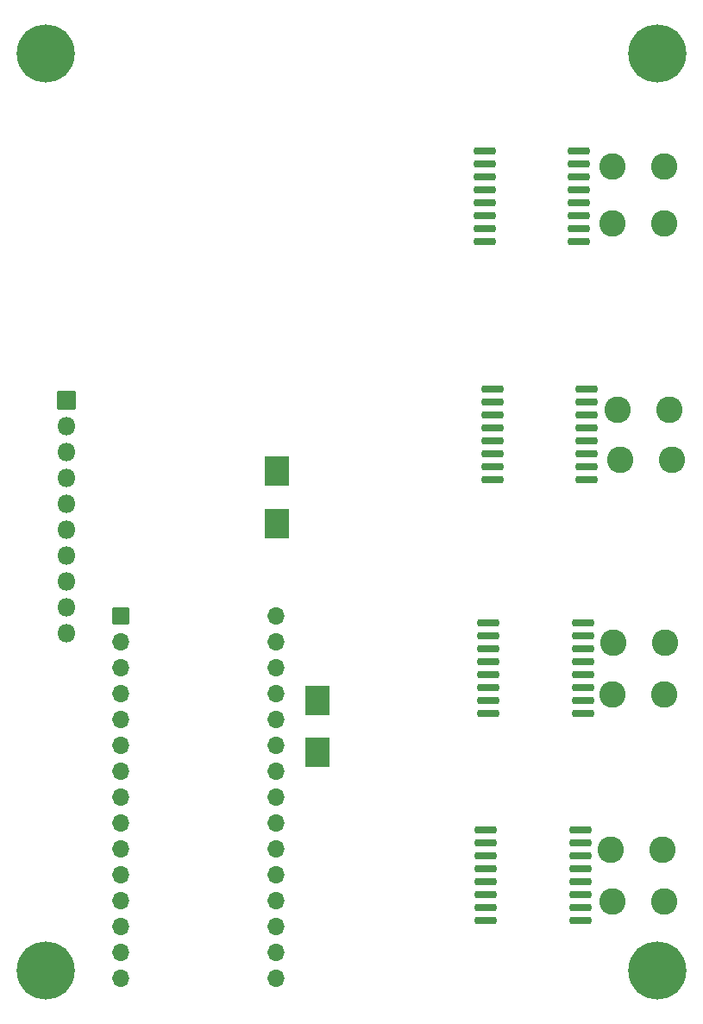
<source format=gbr>
%TF.GenerationSoftware,KiCad,Pcbnew,(6.0.4)*%
%TF.CreationDate,2023-07-24T13:01:57-04:00*%
%TF.ProjectId,BREAD_Slice,42524541-445f-4536-9c69-63652e6b6963,rev?*%
%TF.SameCoordinates,Original*%
%TF.FileFunction,Soldermask,Bot*%
%TF.FilePolarity,Negative*%
%FSLAX46Y46*%
G04 Gerber Fmt 4.6, Leading zero omitted, Abs format (unit mm)*
G04 Created by KiCad (PCBNEW (6.0.4)) date 2023-07-24 13:01:57*
%MOMM*%
%LPD*%
G01*
G04 APERTURE LIST*
G04 Aperture macros list*
%AMRoundRect*
0 Rectangle with rounded corners*
0 $1 Rounding radius*
0 $2 $3 $4 $5 $6 $7 $8 $9 X,Y pos of 4 corners*
0 Add a 4 corners polygon primitive as box body*
4,1,4,$2,$3,$4,$5,$6,$7,$8,$9,$2,$3,0*
0 Add four circle primitives for the rounded corners*
1,1,$1+$1,$2,$3*
1,1,$1+$1,$4,$5*
1,1,$1+$1,$6,$7*
1,1,$1+$1,$8,$9*
0 Add four rect primitives between the rounded corners*
20,1,$1+$1,$2,$3,$4,$5,0*
20,1,$1+$1,$4,$5,$6,$7,0*
20,1,$1+$1,$6,$7,$8,$9,0*
20,1,$1+$1,$8,$9,$2,$3,0*%
G04 Aperture macros list end*
%ADD10C,5.700000*%
%ADD11RoundRect,0.050000X-0.800000X-0.800000X0.800000X-0.800000X0.800000X0.800000X-0.800000X0.800000X0*%
%ADD12O,1.700000X1.700000*%
%ADD13RoundRect,0.050000X-0.850000X-0.850000X0.850000X-0.850000X0.850000X0.850000X-0.850000X0.850000X0*%
%ADD14O,1.800000X1.800000*%
%ADD15C,2.600000*%
%ADD16RoundRect,0.050000X-1.175000X1.385000X-1.175000X-1.385000X1.175000X-1.385000X1.175000X1.385000X0*%
%ADD17RoundRect,0.050000X1.175000X-1.385000X1.175000X1.385000X-1.175000X1.385000X-1.175000X-1.385000X0*%
%ADD18RoundRect,0.200000X0.875000X0.150000X-0.875000X0.150000X-0.875000X-0.150000X0.875000X-0.150000X0*%
G04 APERTURE END LIST*
D10*
%TO.C,H1*%
X127600000Y-44800000D03*
%TD*%
%TO.C,H2*%
X187600000Y-44800000D03*
%TD*%
%TO.C,H3*%
X127600000Y-134800000D03*
%TD*%
%TO.C,H4*%
X187600000Y-134800000D03*
%TD*%
D11*
%TO.C,A1*%
X135000000Y-100000000D03*
D12*
X135000000Y-102540000D03*
X135000000Y-105080000D03*
X135000000Y-107620000D03*
X135000000Y-110160000D03*
X135000000Y-112700000D03*
X135000000Y-115240000D03*
X135000000Y-117780000D03*
X135000000Y-120320000D03*
X135000000Y-122860000D03*
X135000000Y-125400000D03*
X135000000Y-127940000D03*
X135000000Y-130480000D03*
X135000000Y-133020000D03*
X135000000Y-135560000D03*
X150240000Y-135560000D03*
X150240000Y-133020000D03*
X150240000Y-130480000D03*
X150240000Y-127940000D03*
X150240000Y-125400000D03*
X150240000Y-122860000D03*
X150240000Y-120320000D03*
X150240000Y-117780000D03*
X150240000Y-115240000D03*
X150240000Y-112700000D03*
X150240000Y-110160000D03*
X150240000Y-107620000D03*
X150240000Y-105080000D03*
X150240000Y-102540000D03*
X150240000Y-100000000D03*
%TD*%
D13*
%TO.C,J1*%
X129600000Y-78800000D03*
D14*
X129600000Y-81340000D03*
X129600000Y-83880000D03*
X129600000Y-86420000D03*
X129600000Y-88960000D03*
X129600000Y-91500000D03*
X129600000Y-94040000D03*
X129600000Y-96580000D03*
X129600000Y-99120000D03*
X129600000Y-101660000D03*
%TD*%
D15*
%TO.C,J2*%
X188259000Y-127989000D03*
X183179000Y-127989000D03*
%TD*%
%TO.C,J3*%
X188132000Y-122909000D03*
X183052000Y-122909000D03*
%TD*%
%TO.C,J4*%
X189021000Y-84682000D03*
X183941000Y-84682000D03*
%TD*%
%TO.C,J5*%
X188767000Y-79729000D03*
X183687000Y-79729000D03*
%TD*%
%TO.C,J6*%
X188259000Y-107669000D03*
X183179000Y-107669000D03*
%TD*%
%TO.C,J7*%
X188386000Y-102589000D03*
X183306000Y-102589000D03*
%TD*%
%TO.C,J8*%
X188259000Y-61441000D03*
X183179000Y-61441000D03*
%TD*%
%TO.C,J9*%
X188259000Y-55853000D03*
X183179000Y-55853000D03*
%TD*%
D16*
%TO.C,C2*%
X154223000Y-108274000D03*
X154223000Y-113414000D03*
%TD*%
D17*
%TO.C,C1*%
X150286000Y-90935000D03*
X150286000Y-85795000D03*
%TD*%
D18*
%TO.C,U1*%
X180082000Y-121004000D03*
X180082000Y-122274000D03*
X180082000Y-123544000D03*
X180082000Y-124814000D03*
X180082000Y-126084000D03*
X180082000Y-127354000D03*
X180082000Y-128624000D03*
X180082000Y-129894000D03*
X170782000Y-129894000D03*
X170782000Y-128624000D03*
X170782000Y-127354000D03*
X170782000Y-126084000D03*
X170782000Y-124814000D03*
X170782000Y-123544000D03*
X170782000Y-122274000D03*
X170782000Y-121004000D03*
%TD*%
%TO.C,U4*%
X179955000Y-54329000D03*
X179955000Y-55599000D03*
X179955000Y-56869000D03*
X179955000Y-58139000D03*
X179955000Y-59409000D03*
X179955000Y-60679000D03*
X179955000Y-61949000D03*
X179955000Y-63219000D03*
X170655000Y-63219000D03*
X170655000Y-61949000D03*
X170655000Y-60679000D03*
X170655000Y-59409000D03*
X170655000Y-58139000D03*
X170655000Y-56869000D03*
X170655000Y-55599000D03*
X170655000Y-54329000D03*
%TD*%
%TO.C,U2*%
X180717000Y-77697000D03*
X180717000Y-78967000D03*
X180717000Y-80237000D03*
X180717000Y-81507000D03*
X180717000Y-82777000D03*
X180717000Y-84047000D03*
X180717000Y-85317000D03*
X180717000Y-86587000D03*
X171417000Y-86587000D03*
X171417000Y-85317000D03*
X171417000Y-84047000D03*
X171417000Y-82777000D03*
X171417000Y-81507000D03*
X171417000Y-80237000D03*
X171417000Y-78967000D03*
X171417000Y-77697000D03*
%TD*%
%TO.C,U3*%
X180336000Y-100684000D03*
X180336000Y-101954000D03*
X180336000Y-103224000D03*
X180336000Y-104494000D03*
X180336000Y-105764000D03*
X180336000Y-107034000D03*
X180336000Y-108304000D03*
X180336000Y-109574000D03*
X171036000Y-109574000D03*
X171036000Y-108304000D03*
X171036000Y-107034000D03*
X171036000Y-105764000D03*
X171036000Y-104494000D03*
X171036000Y-103224000D03*
X171036000Y-101954000D03*
X171036000Y-100684000D03*
%TD*%
M02*

</source>
